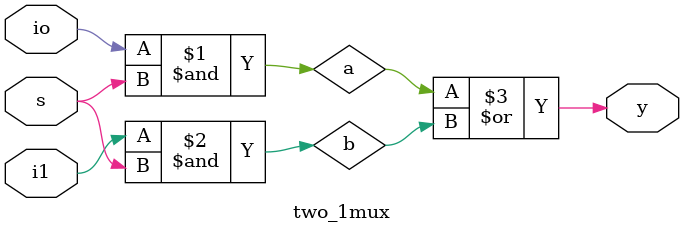
<source format=v>
`timescale 1ns / 1ps


module two_1mux(input io,i1,s,output y);
wire a,b;
and and_1(a,io,s);
and and_2(b,i1,s);
or or_1(y,a,b);
endmodule

</source>
